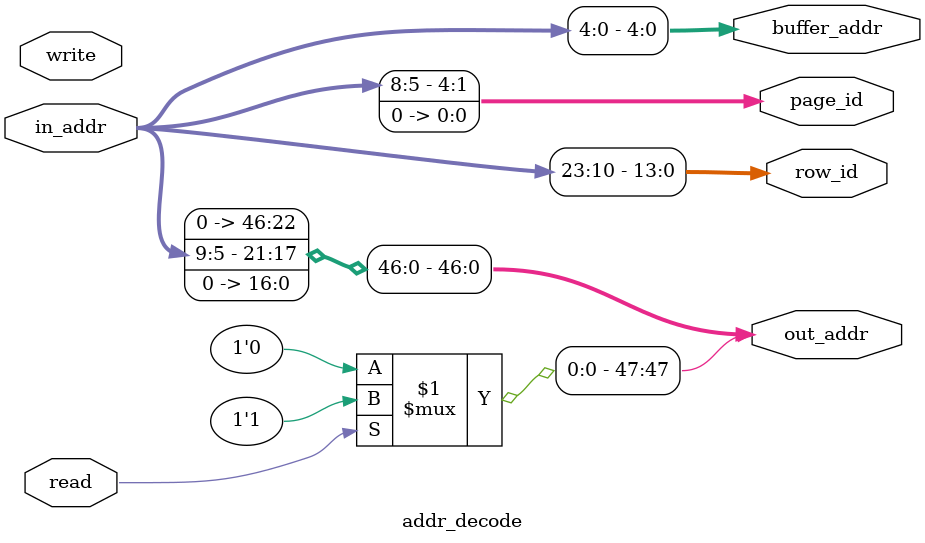
<source format=sv>
module addr_decode(
    input  wire [31:0]  in_addr,
    input  wire         read,
    input  wire         write,
    output wire [47:0]  out_addr,
    output wire [13:0]  row_id,
    output wire [4:0]   page_id,
    output wire [4:0]   buffer_addr
);


assign out_addr[47] = read ? 1'b1 : 1'b0;

assign out_addr[46:36] = 11'b0;
assign out_addr[15:3]  = 13'b0;


//row address
assign out_addr[35:22] = 14'h0;
//upper column address
assign out_addr[21:16] = (in_addr >> 5) << 1; // 2*in_addr/32 
//lower column address
assign out_addr[2:0]   = 0;

assign page_id = (in_addr >> 5) << 1;
assign row_id = in_addr[23:10]; //row id is 14 bits
assign buffer_addr = in_addr[4:0]; 

endmodule
</source>
